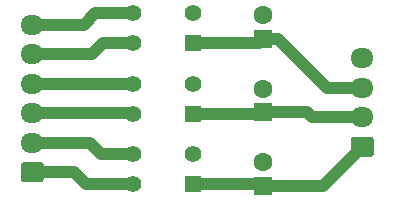
<source format=gbr>
%TF.GenerationSoftware,KiCad,Pcbnew,5.1.6-c6e7f7d~87~ubuntu18.04.1*%
%TF.CreationDate,2021-09-19T16:35:13+09:00*%
%TF.ProjectId,M921-SS,4d393231-2d53-4532-9e6b-696361645f70,1.00*%
%TF.SameCoordinates,Original*%
%TF.FileFunction,Copper,L1,Top*%
%TF.FilePolarity,Positive*%
%FSLAX46Y46*%
G04 Gerber Fmt 4.6, Leading zero omitted, Abs format (unit mm)*
G04 Created by KiCad (PCBNEW 5.1.6-c6e7f7d~87~ubuntu18.04.1) date 2021-09-19 16:35:13*
%MOMM*%
%LPD*%
G01*
G04 APERTURE LIST*
%TA.AperFunction,ComponentPad*%
%ADD10O,1.950000X1.700000*%
%TD*%
%TA.AperFunction,ComponentPad*%
%ADD11C,1.400000*%
%TD*%
%TA.AperFunction,ComponentPad*%
%ADD12R,1.400000X1.400000*%
%TD*%
%TA.AperFunction,ComponentPad*%
%ADD13C,1.600000*%
%TD*%
%TA.AperFunction,ComponentPad*%
%ADD14R,1.600000X1.600000*%
%TD*%
%TA.AperFunction,Conductor*%
%ADD15C,1.000000*%
%TD*%
G04 APERTURE END LIST*
D10*
%TO.P,J2,4*%
%TO.N,GND*%
X114046000Y-59683000D03*
%TO.P,J2,3*%
%TO.N,Net-(C3-Pad1)*%
X114046000Y-62183000D03*
%TO.P,J2,2*%
%TO.N,Net-(C2-Pad1)*%
X114046000Y-64683000D03*
%TO.P,J2,1*%
%TO.N,Net-(C1-Pad1)*%
%TA.AperFunction,ComponentPad*%
G36*
G01*
X114771000Y-68033000D02*
X113321000Y-68033000D01*
G75*
G02*
X113071000Y-67783000I0J250000D01*
G01*
X113071000Y-66583000D01*
G75*
G02*
X113321000Y-66333000I250000J0D01*
G01*
X114771000Y-66333000D01*
G75*
G02*
X115021000Y-66583000I0J-250000D01*
G01*
X115021000Y-67783000D01*
G75*
G02*
X114771000Y-68033000I-250000J0D01*
G01*
G37*
%TD.AperFunction*%
%TD*%
%TO.P,J1,6*%
%TO.N,Net-(D3-Pad3)*%
X86106000Y-56842000D03*
%TO.P,J1,5*%
%TO.N,Net-(D3-Pad4)*%
X86106000Y-59342000D03*
%TO.P,J1,4*%
%TO.N,Net-(D2-Pad3)*%
X86106000Y-61842000D03*
%TO.P,J1,3*%
%TO.N,Net-(D2-Pad4)*%
X86106000Y-64342000D03*
%TO.P,J1,2*%
%TO.N,Net-(D1-Pad3)*%
X86106000Y-66842000D03*
%TO.P,J1,1*%
%TO.N,Net-(D1-Pad4)*%
%TA.AperFunction,ComponentPad*%
G36*
G01*
X86831000Y-70192000D02*
X85381000Y-70192000D01*
G75*
G02*
X85131000Y-69942000I0J250000D01*
G01*
X85131000Y-68742000D01*
G75*
G02*
X85381000Y-68492000I250000J0D01*
G01*
X86831000Y-68492000D01*
G75*
G02*
X87081000Y-68742000I0J-250000D01*
G01*
X87081000Y-69942000D01*
G75*
G02*
X86831000Y-70192000I-250000J0D01*
G01*
G37*
%TD.AperFunction*%
%TD*%
D11*
%TO.P,D3,4*%
%TO.N,Net-(D3-Pad4)*%
X94615000Y-58420000D03*
%TO.P,D3,2*%
%TO.N,GND*%
X99695000Y-55880000D03*
%TO.P,D3,3*%
%TO.N,Net-(D3-Pad3)*%
X94615000Y-55880000D03*
D12*
%TO.P,D3,1*%
%TO.N,Net-(C3-Pad1)*%
X99695000Y-58420000D03*
%TD*%
D11*
%TO.P,D2,4*%
%TO.N,Net-(D2-Pad4)*%
X94615000Y-64389000D03*
%TO.P,D2,2*%
%TO.N,GND*%
X99695000Y-61849000D03*
%TO.P,D2,3*%
%TO.N,Net-(D2-Pad3)*%
X94615000Y-61849000D03*
D12*
%TO.P,D2,1*%
%TO.N,Net-(C2-Pad1)*%
X99695000Y-64389000D03*
%TD*%
D11*
%TO.P,D1,4*%
%TO.N,Net-(D1-Pad4)*%
X94615000Y-70358000D03*
%TO.P,D1,2*%
%TO.N,GND*%
X99695000Y-67818000D03*
%TO.P,D1,3*%
%TO.N,Net-(D1-Pad3)*%
X94615000Y-67818000D03*
D12*
%TO.P,D1,1*%
%TO.N,Net-(C1-Pad1)*%
X99695000Y-70358000D03*
%TD*%
D13*
%TO.P,C3,2*%
%TO.N,GND*%
X105664000Y-56039000D03*
D14*
%TO.P,C3,1*%
%TO.N,Net-(C3-Pad1)*%
X105664000Y-58039000D03*
%TD*%
D13*
%TO.P,C2,2*%
%TO.N,GND*%
X105664000Y-62262000D03*
D14*
%TO.P,C2,1*%
%TO.N,Net-(C2-Pad1)*%
X105664000Y-64262000D03*
%TD*%
D13*
%TO.P,C1,2*%
%TO.N,GND*%
X105664000Y-68485000D03*
D14*
%TO.P,C1,1*%
%TO.N,Net-(C1-Pad1)*%
X105664000Y-70485000D03*
%TD*%
D15*
%TO.N,Net-(C1-Pad1)*%
X105537000Y-70358000D02*
X105664000Y-70485000D01*
X99695000Y-70358000D02*
X105537000Y-70358000D01*
X110744000Y-70485000D02*
X114046000Y-67183000D01*
X105664000Y-70485000D02*
X110744000Y-70485000D01*
%TO.N,Net-(C2-Pad1)*%
X105537000Y-64389000D02*
X105664000Y-64262000D01*
X99695000Y-64389000D02*
X105537000Y-64389000D01*
X105664000Y-64262000D02*
X109347000Y-64262000D01*
X109768000Y-64683000D02*
X114046000Y-64683000D01*
X109347000Y-64262000D02*
X109768000Y-64683000D01*
%TO.N,Net-(C3-Pad1)*%
X105283000Y-58420000D02*
X105664000Y-58039000D01*
X99695000Y-58420000D02*
X105283000Y-58420000D01*
X105664000Y-58039000D02*
X106934000Y-58039000D01*
X111078000Y-62183000D02*
X114046000Y-62183000D01*
X106934000Y-58039000D02*
X111078000Y-62183000D01*
%TO.N,Net-(D1-Pad4)*%
X86106000Y-69342000D02*
X89662000Y-69342000D01*
X90678000Y-70358000D02*
X94615000Y-70358000D01*
X89662000Y-69342000D02*
X90678000Y-70358000D01*
%TO.N,Net-(D1-Pad3)*%
X86106000Y-66842000D02*
X90972000Y-66842000D01*
X91948000Y-67818000D02*
X94615000Y-67818000D01*
X90972000Y-66842000D02*
X91948000Y-67818000D01*
%TO.N,Net-(D2-Pad4)*%
X94568000Y-64342000D02*
X94615000Y-64389000D01*
X86106000Y-64342000D02*
X94568000Y-64342000D01*
%TO.N,Net-(D2-Pad3)*%
X94608000Y-61842000D02*
X94615000Y-61849000D01*
X86106000Y-61842000D02*
X94608000Y-61842000D01*
%TO.N,Net-(D3-Pad4)*%
X86106000Y-59342000D02*
X91153000Y-59342000D01*
X92075000Y-58420000D02*
X94615000Y-58420000D01*
X91153000Y-59342000D02*
X92075000Y-58420000D01*
%TO.N,Net-(D3-Pad3)*%
X86106000Y-56842000D02*
X90478000Y-56842000D01*
X91440000Y-55880000D02*
X94615000Y-55880000D01*
X90478000Y-56842000D02*
X91440000Y-55880000D01*
%TD*%
M02*

</source>
